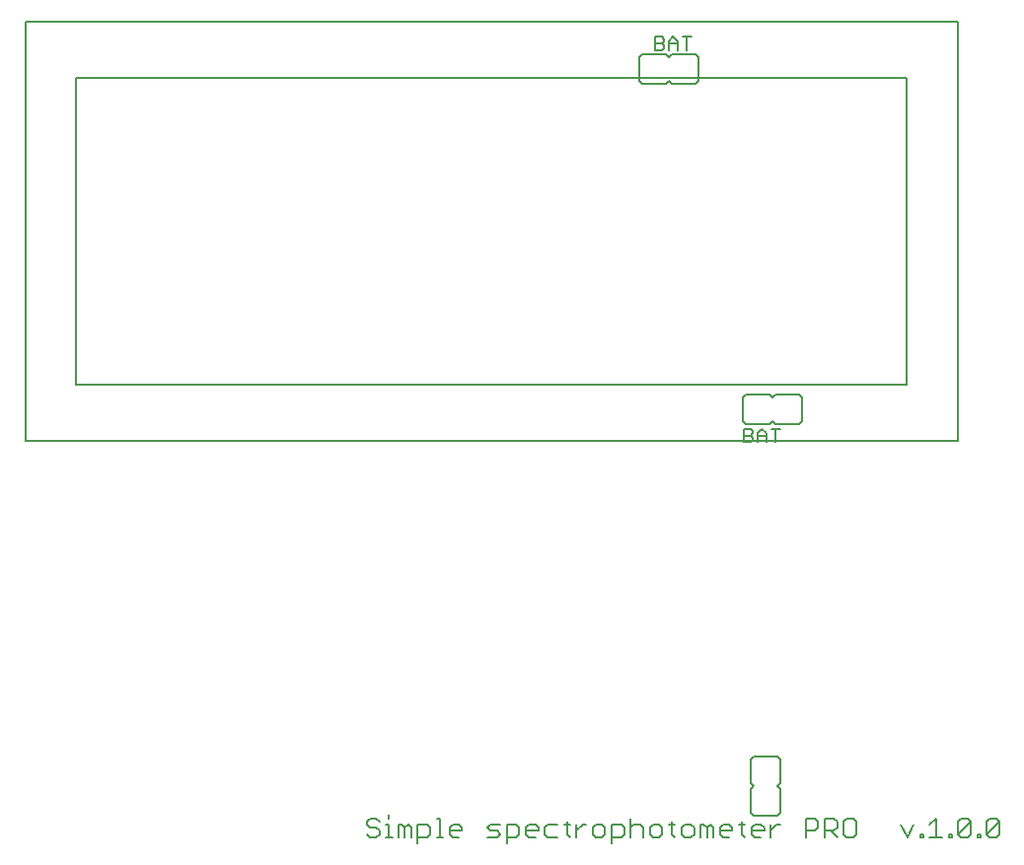
<source format=gto>
G75*
%MOIN*%
%OFA0B0*%
%FSLAX25Y25*%
%IPPOS*%
%LPD*%
%AMOC8*
5,1,8,0,0,1.08239X$1,22.5*
%
%ADD10C,0.00600*%
%ADD11C,0.00800*%
%ADD12C,0.00500*%
D10*
X0155125Y0008168D02*
X0156193Y0007100D01*
X0158328Y0007100D01*
X0159396Y0008168D01*
X0159396Y0009235D01*
X0158328Y0010303D01*
X0156193Y0010303D01*
X0155125Y0011370D01*
X0155125Y0012438D01*
X0156193Y0013505D01*
X0158328Y0013505D01*
X0159396Y0012438D01*
X0161571Y0011370D02*
X0162638Y0011370D01*
X0162638Y0007100D01*
X0161571Y0007100D02*
X0163706Y0007100D01*
X0165868Y0007100D02*
X0165868Y0011370D01*
X0166935Y0011370D01*
X0168003Y0010303D01*
X0169070Y0011370D01*
X0170138Y0010303D01*
X0170138Y0007100D01*
X0168003Y0007100D02*
X0168003Y0010303D01*
X0172313Y0011370D02*
X0175516Y0011370D01*
X0176584Y0010303D01*
X0176584Y0008168D01*
X0175516Y0007100D01*
X0172313Y0007100D01*
X0172313Y0004965D02*
X0172313Y0011370D01*
X0178759Y0013505D02*
X0179826Y0013505D01*
X0179826Y0007100D01*
X0178759Y0007100D02*
X0180894Y0007100D01*
X0183056Y0008168D02*
X0183056Y0010303D01*
X0184123Y0011370D01*
X0186258Y0011370D01*
X0187326Y0010303D01*
X0187326Y0009235D01*
X0183056Y0009235D01*
X0183056Y0008168D02*
X0184123Y0007100D01*
X0186258Y0007100D01*
X0195947Y0007100D02*
X0199149Y0007100D01*
X0200217Y0008168D01*
X0199149Y0009235D01*
X0197014Y0009235D01*
X0195947Y0010303D01*
X0197014Y0011370D01*
X0200217Y0011370D01*
X0202392Y0011370D02*
X0205595Y0011370D01*
X0206662Y0010303D01*
X0206662Y0008168D01*
X0205595Y0007100D01*
X0202392Y0007100D01*
X0202392Y0004965D02*
X0202392Y0011370D01*
X0208838Y0010303D02*
X0208838Y0008168D01*
X0209905Y0007100D01*
X0212040Y0007100D01*
X0213108Y0009235D02*
X0208838Y0009235D01*
X0208838Y0010303D02*
X0209905Y0011370D01*
X0212040Y0011370D01*
X0213108Y0010303D01*
X0213108Y0009235D01*
X0215283Y0008168D02*
X0216351Y0007100D01*
X0219553Y0007100D01*
X0222796Y0008168D02*
X0223864Y0007100D01*
X0222796Y0008168D02*
X0222796Y0012438D01*
X0221729Y0011370D02*
X0223864Y0011370D01*
X0226026Y0011370D02*
X0226026Y0007100D01*
X0226026Y0009235D02*
X0228161Y0011370D01*
X0229228Y0011370D01*
X0231397Y0010303D02*
X0231397Y0008168D01*
X0232464Y0007100D01*
X0234600Y0007100D01*
X0235667Y0008168D01*
X0235667Y0010303D01*
X0234600Y0011370D01*
X0232464Y0011370D01*
X0231397Y0010303D01*
X0237842Y0011370D02*
X0241045Y0011370D01*
X0242113Y0010303D01*
X0242113Y0008168D01*
X0241045Y0007100D01*
X0237842Y0007100D01*
X0237842Y0004965D02*
X0237842Y0011370D01*
X0244288Y0010303D02*
X0245355Y0011370D01*
X0247491Y0011370D01*
X0248558Y0010303D01*
X0248558Y0007100D01*
X0250733Y0008168D02*
X0251801Y0007100D01*
X0253936Y0007100D01*
X0255004Y0008168D01*
X0255004Y0010303D01*
X0253936Y0011370D01*
X0251801Y0011370D01*
X0250733Y0010303D01*
X0250733Y0008168D01*
X0244288Y0007100D02*
X0244288Y0013505D01*
X0257179Y0011370D02*
X0259314Y0011370D01*
X0258246Y0012438D02*
X0258246Y0008168D01*
X0259314Y0007100D01*
X0261476Y0008168D02*
X0261476Y0010303D01*
X0262543Y0011370D01*
X0264679Y0011370D01*
X0265746Y0010303D01*
X0265746Y0008168D01*
X0264679Y0007100D01*
X0262543Y0007100D01*
X0261476Y0008168D01*
X0267921Y0007100D02*
X0267921Y0011370D01*
X0268989Y0011370D01*
X0270057Y0010303D01*
X0271124Y0011370D01*
X0272192Y0010303D01*
X0272192Y0007100D01*
X0270057Y0007100D02*
X0270057Y0010303D01*
X0274367Y0010303D02*
X0274367Y0008168D01*
X0275434Y0007100D01*
X0277570Y0007100D01*
X0278637Y0009235D02*
X0274367Y0009235D01*
X0274367Y0010303D02*
X0275434Y0011370D01*
X0277570Y0011370D01*
X0278637Y0010303D01*
X0278637Y0009235D01*
X0280812Y0011370D02*
X0282948Y0011370D01*
X0281880Y0012438D02*
X0281880Y0008168D01*
X0282948Y0007100D01*
X0285109Y0008168D02*
X0285109Y0010303D01*
X0286177Y0011370D01*
X0288312Y0011370D01*
X0289380Y0010303D01*
X0289380Y0009235D01*
X0285109Y0009235D01*
X0285109Y0008168D02*
X0286177Y0007100D01*
X0288312Y0007100D01*
X0291555Y0007100D02*
X0291555Y0011370D01*
X0291555Y0009235D02*
X0293690Y0011370D01*
X0294758Y0011370D01*
X0293825Y0014300D02*
X0285825Y0014300D01*
X0284825Y0015300D01*
X0284825Y0023300D01*
X0285825Y0024300D01*
X0284825Y0025300D01*
X0284825Y0033300D01*
X0285825Y0034300D01*
X0293825Y0034300D01*
X0294825Y0033300D01*
X0294825Y0025300D01*
X0293825Y0024300D01*
X0294825Y0023300D01*
X0294825Y0015300D01*
X0293825Y0014300D01*
X0303372Y0013505D02*
X0303372Y0007100D01*
X0303372Y0009235D02*
X0306574Y0009235D01*
X0307642Y0010303D01*
X0307642Y0012438D01*
X0306574Y0013505D01*
X0303372Y0013505D01*
X0309817Y0013505D02*
X0309817Y0007100D01*
X0309817Y0009235D02*
X0313020Y0009235D01*
X0314087Y0010303D01*
X0314087Y0012438D01*
X0313020Y0013505D01*
X0309817Y0013505D01*
X0311952Y0009235D02*
X0314087Y0007100D01*
X0316263Y0008168D02*
X0317330Y0007100D01*
X0319465Y0007100D01*
X0320533Y0008168D01*
X0320533Y0012438D01*
X0319465Y0013505D01*
X0317330Y0013505D01*
X0316263Y0012438D01*
X0316263Y0008168D01*
X0335599Y0011370D02*
X0337734Y0007100D01*
X0339869Y0011370D01*
X0342045Y0008168D02*
X0343112Y0008168D01*
X0343112Y0007100D01*
X0342045Y0007100D01*
X0342045Y0008168D01*
X0345267Y0007100D02*
X0349538Y0007100D01*
X0347403Y0007100D02*
X0347403Y0013505D01*
X0345267Y0011370D01*
X0351713Y0008168D02*
X0352780Y0008168D01*
X0352780Y0007100D01*
X0351713Y0007100D01*
X0351713Y0008168D01*
X0354936Y0008168D02*
X0359206Y0012438D01*
X0359206Y0008168D01*
X0358138Y0007100D01*
X0356003Y0007100D01*
X0354936Y0008168D01*
X0354936Y0012438D01*
X0356003Y0013505D01*
X0358138Y0013505D01*
X0359206Y0012438D01*
X0361381Y0008168D02*
X0362449Y0008168D01*
X0362449Y0007100D01*
X0361381Y0007100D01*
X0361381Y0008168D01*
X0364604Y0008168D02*
X0368874Y0012438D01*
X0368874Y0008168D01*
X0367807Y0007100D01*
X0365671Y0007100D01*
X0364604Y0008168D01*
X0364604Y0012438D01*
X0365671Y0013505D01*
X0367807Y0013505D01*
X0368874Y0012438D01*
X0219553Y0011370D02*
X0216351Y0011370D01*
X0215283Y0010303D01*
X0215283Y0008168D01*
X0162638Y0013505D02*
X0162638Y0014573D01*
X0283325Y0146800D02*
X0282325Y0147800D01*
X0282325Y0155800D01*
X0283325Y0156800D01*
X0291325Y0156800D01*
X0292325Y0155800D01*
X0293325Y0156800D01*
X0301325Y0156800D01*
X0302325Y0155800D01*
X0302325Y0147800D01*
X0301325Y0146800D01*
X0293325Y0146800D01*
X0292325Y0147800D01*
X0291325Y0146800D01*
X0283325Y0146800D01*
X0266325Y0261800D02*
X0258325Y0261800D01*
X0257325Y0262800D01*
X0256325Y0261800D01*
X0248325Y0261800D01*
X0247325Y0262800D01*
X0247325Y0270800D01*
X0248325Y0271800D01*
X0256325Y0271800D01*
X0257325Y0270800D01*
X0258325Y0271800D01*
X0266325Y0271800D01*
X0267325Y0270800D01*
X0267325Y0262800D01*
X0266325Y0261800D01*
D11*
X0337680Y0263572D02*
X0337680Y0160028D01*
X0056971Y0160028D01*
X0056971Y0263572D01*
X0337680Y0263572D01*
X0354806Y0282666D02*
X0354806Y0140934D01*
X0039845Y0140934D01*
X0039845Y0282666D01*
X0354806Y0282666D01*
D12*
X0264786Y0277554D02*
X0261783Y0277554D01*
X0263284Y0277554D02*
X0263284Y0273050D01*
X0260182Y0273050D02*
X0260182Y0276053D01*
X0258680Y0277554D01*
X0257179Y0276053D01*
X0257179Y0273050D01*
X0255578Y0273801D02*
X0254827Y0273050D01*
X0252575Y0273050D01*
X0252575Y0277554D01*
X0254827Y0277554D01*
X0255578Y0276803D01*
X0255578Y0276053D01*
X0254827Y0275302D01*
X0252575Y0275302D01*
X0254827Y0275302D02*
X0255578Y0274551D01*
X0255578Y0273801D01*
X0257179Y0275302D02*
X0260182Y0275302D01*
X0282575Y0145054D02*
X0284827Y0145054D01*
X0285578Y0144303D01*
X0285578Y0143553D01*
X0284827Y0142802D01*
X0282575Y0142802D01*
X0282575Y0140550D02*
X0282575Y0145054D01*
X0284827Y0142802D02*
X0285578Y0142051D01*
X0285578Y0141301D01*
X0284827Y0140550D01*
X0282575Y0140550D01*
X0287179Y0140550D02*
X0287179Y0143553D01*
X0288680Y0145054D01*
X0290182Y0143553D01*
X0290182Y0140550D01*
X0290182Y0142802D02*
X0287179Y0142802D01*
X0291783Y0145054D02*
X0294786Y0145054D01*
X0293284Y0145054D02*
X0293284Y0140550D01*
M02*

</source>
